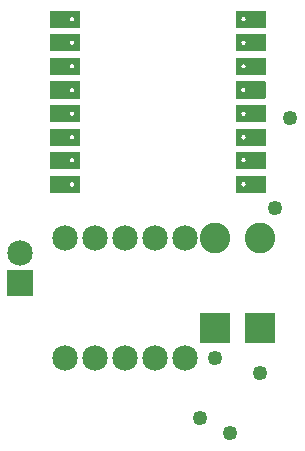
<source format=gts>
G04 MADE WITH FRITZING*
G04 WWW.FRITZING.ORG*
G04 DOUBLE SIDED*
G04 HOLES PLATED*
G04 CONTOUR ON CENTER OF CONTOUR VECTOR*
%ASAXBY*%
%FSLAX23Y23*%
%MOIN*%
%OFA0B0*%
%SFA1.0B1.0*%
%ADD10C,0.049370*%
%ADD11C,0.085000*%
%ADD12C,0.102000*%
%ADD13R,0.102000X0.102000*%
%ADD14R,0.085000X0.085000*%
%ADD15R,0.001000X0.001000*%
%LNMASK1*%
G90*
G70*
G54D10*
X879Y145D03*
X979Y95D03*
X1078Y295D03*
X928Y346D03*
X1129Y845D03*
X1180Y1145D03*
G54D11*
X629Y345D03*
X629Y745D03*
X429Y345D03*
X429Y745D03*
X729Y745D03*
X729Y345D03*
X829Y345D03*
X829Y745D03*
X529Y345D03*
X529Y745D03*
G54D12*
X1079Y445D03*
X1079Y745D03*
G54D11*
X279Y595D03*
X279Y695D03*
G54D12*
X929Y445D03*
X929Y745D03*
G54D13*
X1079Y445D03*
G54D14*
X279Y595D03*
G54D13*
X929Y445D03*
G54D15*
X379Y1502D02*
X477Y1502D01*
X999Y1502D02*
X1097Y1502D01*
X379Y1501D02*
X477Y1501D01*
X999Y1501D02*
X1097Y1501D01*
X379Y1500D02*
X477Y1500D01*
X999Y1500D02*
X1097Y1500D01*
X379Y1499D02*
X477Y1499D01*
X999Y1499D02*
X1097Y1499D01*
X379Y1498D02*
X477Y1498D01*
X999Y1498D02*
X1097Y1498D01*
X379Y1497D02*
X477Y1497D01*
X999Y1497D02*
X1097Y1497D01*
X379Y1496D02*
X477Y1496D01*
X999Y1496D02*
X1097Y1496D01*
X379Y1495D02*
X477Y1495D01*
X999Y1495D02*
X1097Y1495D01*
X379Y1494D02*
X477Y1494D01*
X999Y1494D02*
X1097Y1494D01*
X379Y1493D02*
X477Y1493D01*
X999Y1493D02*
X1097Y1493D01*
X379Y1492D02*
X477Y1492D01*
X999Y1492D02*
X1097Y1492D01*
X379Y1491D02*
X477Y1491D01*
X999Y1491D02*
X1097Y1491D01*
X379Y1490D02*
X477Y1490D01*
X999Y1490D02*
X1097Y1490D01*
X379Y1489D02*
X477Y1489D01*
X999Y1489D02*
X1097Y1489D01*
X379Y1488D02*
X477Y1488D01*
X999Y1488D02*
X1097Y1488D01*
X379Y1487D02*
X477Y1487D01*
X999Y1487D02*
X1097Y1487D01*
X379Y1486D02*
X477Y1486D01*
X999Y1486D02*
X1097Y1486D01*
X379Y1485D02*
X477Y1485D01*
X999Y1485D02*
X1097Y1485D01*
X379Y1484D02*
X477Y1484D01*
X999Y1484D02*
X1097Y1484D01*
X379Y1483D02*
X477Y1483D01*
X999Y1483D02*
X1097Y1483D01*
X379Y1482D02*
X477Y1482D01*
X999Y1482D02*
X1097Y1482D01*
X379Y1481D02*
X477Y1481D01*
X999Y1481D02*
X1097Y1481D01*
X379Y1480D02*
X448Y1480D01*
X456Y1480D02*
X477Y1480D01*
X999Y1480D02*
X1020Y1480D01*
X1028Y1480D02*
X1097Y1480D01*
X379Y1479D02*
X447Y1479D01*
X457Y1479D02*
X477Y1479D01*
X999Y1479D02*
X1019Y1479D01*
X1029Y1479D02*
X1097Y1479D01*
X379Y1478D02*
X446Y1478D01*
X458Y1478D02*
X477Y1478D01*
X999Y1478D02*
X1018Y1478D01*
X1030Y1478D02*
X1097Y1478D01*
X379Y1477D02*
X445Y1477D01*
X459Y1477D02*
X477Y1477D01*
X999Y1477D02*
X1017Y1477D01*
X1031Y1477D02*
X1097Y1477D01*
X379Y1476D02*
X445Y1476D01*
X459Y1476D02*
X477Y1476D01*
X999Y1476D02*
X1017Y1476D01*
X1031Y1476D02*
X1097Y1476D01*
X379Y1475D02*
X445Y1475D01*
X460Y1475D02*
X477Y1475D01*
X999Y1475D02*
X1016Y1475D01*
X1031Y1475D02*
X1097Y1475D01*
X379Y1474D02*
X444Y1474D01*
X460Y1474D02*
X477Y1474D01*
X999Y1474D02*
X1016Y1474D01*
X1032Y1474D02*
X1097Y1474D01*
X379Y1473D02*
X444Y1473D01*
X460Y1473D02*
X477Y1473D01*
X999Y1473D02*
X1016Y1473D01*
X1032Y1473D02*
X1097Y1473D01*
X379Y1472D02*
X445Y1472D01*
X460Y1472D02*
X477Y1472D01*
X999Y1472D02*
X1016Y1472D01*
X1031Y1472D02*
X1097Y1472D01*
X379Y1471D02*
X445Y1471D01*
X459Y1471D02*
X477Y1471D01*
X999Y1471D02*
X1017Y1471D01*
X1031Y1471D02*
X1097Y1471D01*
X379Y1470D02*
X445Y1470D01*
X459Y1470D02*
X477Y1470D01*
X999Y1470D02*
X1017Y1470D01*
X1031Y1470D02*
X1097Y1470D01*
X379Y1469D02*
X446Y1469D01*
X458Y1469D02*
X477Y1469D01*
X999Y1469D02*
X1018Y1469D01*
X1030Y1469D02*
X1097Y1469D01*
X379Y1468D02*
X447Y1468D01*
X457Y1468D02*
X477Y1468D01*
X999Y1468D02*
X1019Y1468D01*
X1029Y1468D02*
X1097Y1468D01*
X379Y1467D02*
X449Y1467D01*
X455Y1467D02*
X477Y1467D01*
X999Y1467D02*
X1021Y1467D01*
X1027Y1467D02*
X1097Y1467D01*
X379Y1466D02*
X477Y1466D01*
X999Y1466D02*
X1097Y1466D01*
X379Y1465D02*
X477Y1465D01*
X999Y1465D02*
X1097Y1465D01*
X379Y1464D02*
X477Y1464D01*
X999Y1464D02*
X1097Y1464D01*
X379Y1463D02*
X477Y1463D01*
X999Y1463D02*
X1097Y1463D01*
X379Y1462D02*
X477Y1462D01*
X999Y1462D02*
X1097Y1462D01*
X379Y1461D02*
X477Y1461D01*
X999Y1461D02*
X1097Y1461D01*
X379Y1460D02*
X477Y1460D01*
X999Y1460D02*
X1097Y1460D01*
X379Y1459D02*
X477Y1459D01*
X999Y1459D02*
X1097Y1459D01*
X379Y1458D02*
X477Y1458D01*
X999Y1458D02*
X1097Y1458D01*
X379Y1457D02*
X477Y1457D01*
X999Y1457D02*
X1097Y1457D01*
X379Y1456D02*
X477Y1456D01*
X999Y1456D02*
X1097Y1456D01*
X379Y1455D02*
X477Y1455D01*
X999Y1455D02*
X1097Y1455D01*
X379Y1454D02*
X477Y1454D01*
X999Y1454D02*
X1097Y1454D01*
X379Y1453D02*
X477Y1453D01*
X999Y1453D02*
X1097Y1453D01*
X379Y1452D02*
X477Y1452D01*
X999Y1452D02*
X1097Y1452D01*
X379Y1451D02*
X477Y1451D01*
X999Y1451D02*
X1097Y1451D01*
X379Y1450D02*
X477Y1450D01*
X999Y1450D02*
X1097Y1450D01*
X379Y1449D02*
X477Y1449D01*
X999Y1449D02*
X1097Y1449D01*
X379Y1448D02*
X477Y1448D01*
X999Y1448D02*
X1097Y1448D01*
X379Y1447D02*
X477Y1447D01*
X999Y1447D02*
X1097Y1447D01*
X379Y1446D02*
X477Y1446D01*
X999Y1446D02*
X1097Y1446D01*
X379Y1423D02*
X477Y1423D01*
X999Y1423D02*
X1097Y1423D01*
X379Y1422D02*
X477Y1422D01*
X999Y1422D02*
X1097Y1422D01*
X379Y1421D02*
X477Y1421D01*
X999Y1421D02*
X1097Y1421D01*
X379Y1420D02*
X477Y1420D01*
X999Y1420D02*
X1097Y1420D01*
X379Y1419D02*
X477Y1419D01*
X999Y1419D02*
X1097Y1419D01*
X379Y1418D02*
X477Y1418D01*
X999Y1418D02*
X1097Y1418D01*
X379Y1417D02*
X477Y1417D01*
X999Y1417D02*
X1097Y1417D01*
X379Y1416D02*
X477Y1416D01*
X999Y1416D02*
X1097Y1416D01*
X379Y1415D02*
X477Y1415D01*
X999Y1415D02*
X1097Y1415D01*
X379Y1414D02*
X477Y1414D01*
X999Y1414D02*
X1097Y1414D01*
X379Y1413D02*
X477Y1413D01*
X999Y1413D02*
X1097Y1413D01*
X379Y1412D02*
X477Y1412D01*
X999Y1412D02*
X1097Y1412D01*
X379Y1411D02*
X477Y1411D01*
X999Y1411D02*
X1097Y1411D01*
X379Y1410D02*
X477Y1410D01*
X999Y1410D02*
X1097Y1410D01*
X379Y1409D02*
X477Y1409D01*
X999Y1409D02*
X1097Y1409D01*
X379Y1408D02*
X477Y1408D01*
X999Y1408D02*
X1097Y1408D01*
X379Y1407D02*
X477Y1407D01*
X999Y1407D02*
X1097Y1407D01*
X379Y1406D02*
X477Y1406D01*
X999Y1406D02*
X1097Y1406D01*
X379Y1405D02*
X477Y1405D01*
X999Y1405D02*
X1097Y1405D01*
X379Y1404D02*
X477Y1404D01*
X999Y1404D02*
X1097Y1404D01*
X379Y1403D02*
X477Y1403D01*
X999Y1403D02*
X1097Y1403D01*
X379Y1402D02*
X450Y1402D01*
X454Y1402D02*
X477Y1402D01*
X999Y1402D02*
X1022Y1402D01*
X1026Y1402D02*
X1097Y1402D01*
X379Y1401D02*
X448Y1401D01*
X456Y1401D02*
X477Y1401D01*
X999Y1401D02*
X1020Y1401D01*
X1028Y1401D02*
X1097Y1401D01*
X379Y1400D02*
X447Y1400D01*
X458Y1400D02*
X477Y1400D01*
X999Y1400D02*
X1018Y1400D01*
X1030Y1400D02*
X1097Y1400D01*
X379Y1399D02*
X446Y1399D01*
X458Y1399D02*
X477Y1399D01*
X999Y1399D02*
X1018Y1399D01*
X1030Y1399D02*
X1097Y1399D01*
X379Y1398D02*
X445Y1398D01*
X459Y1398D02*
X477Y1398D01*
X999Y1398D02*
X1017Y1398D01*
X1031Y1398D02*
X1097Y1398D01*
X379Y1397D02*
X445Y1397D01*
X459Y1397D02*
X477Y1397D01*
X999Y1397D02*
X1017Y1397D01*
X1031Y1397D02*
X1097Y1397D01*
X379Y1396D02*
X444Y1396D01*
X460Y1396D02*
X477Y1396D01*
X999Y1396D02*
X1016Y1396D01*
X1032Y1396D02*
X1097Y1396D01*
X379Y1395D02*
X444Y1395D01*
X460Y1395D02*
X477Y1395D01*
X999Y1395D02*
X1016Y1395D01*
X1032Y1395D02*
X1097Y1395D01*
X379Y1394D02*
X444Y1394D01*
X460Y1394D02*
X477Y1394D01*
X999Y1394D02*
X1016Y1394D01*
X1032Y1394D02*
X1097Y1394D01*
X379Y1393D02*
X445Y1393D01*
X459Y1393D02*
X477Y1393D01*
X999Y1393D02*
X1017Y1393D01*
X1031Y1393D02*
X1097Y1393D01*
X379Y1392D02*
X445Y1392D01*
X459Y1392D02*
X477Y1392D01*
X999Y1392D02*
X1017Y1392D01*
X1031Y1392D02*
X1097Y1392D01*
X379Y1391D02*
X446Y1391D01*
X459Y1391D02*
X477Y1391D01*
X999Y1391D02*
X1018Y1391D01*
X1030Y1391D02*
X1097Y1391D01*
X379Y1390D02*
X446Y1390D01*
X458Y1390D02*
X477Y1390D01*
X999Y1390D02*
X1018Y1390D01*
X1030Y1390D02*
X1097Y1390D01*
X379Y1389D02*
X448Y1389D01*
X457Y1389D02*
X477Y1389D01*
X999Y1389D02*
X1020Y1389D01*
X1028Y1389D02*
X1097Y1389D01*
X379Y1388D02*
X450Y1388D01*
X454Y1388D02*
X477Y1388D01*
X999Y1388D02*
X1022Y1388D01*
X1026Y1388D02*
X1097Y1388D01*
X379Y1387D02*
X477Y1387D01*
X999Y1387D02*
X1097Y1387D01*
X379Y1386D02*
X477Y1386D01*
X999Y1386D02*
X1097Y1386D01*
X379Y1385D02*
X477Y1385D01*
X999Y1385D02*
X1097Y1385D01*
X379Y1384D02*
X477Y1384D01*
X999Y1384D02*
X1097Y1384D01*
X379Y1383D02*
X477Y1383D01*
X999Y1383D02*
X1097Y1383D01*
X379Y1382D02*
X477Y1382D01*
X999Y1382D02*
X1097Y1382D01*
X379Y1381D02*
X477Y1381D01*
X999Y1381D02*
X1097Y1381D01*
X379Y1380D02*
X477Y1380D01*
X999Y1380D02*
X1097Y1380D01*
X379Y1379D02*
X477Y1379D01*
X999Y1379D02*
X1097Y1379D01*
X379Y1378D02*
X477Y1378D01*
X999Y1378D02*
X1097Y1378D01*
X379Y1377D02*
X477Y1377D01*
X999Y1377D02*
X1097Y1377D01*
X379Y1376D02*
X477Y1376D01*
X999Y1376D02*
X1097Y1376D01*
X379Y1375D02*
X477Y1375D01*
X999Y1375D02*
X1097Y1375D01*
X379Y1374D02*
X477Y1374D01*
X999Y1374D02*
X1097Y1374D01*
X379Y1373D02*
X477Y1373D01*
X999Y1373D02*
X1097Y1373D01*
X379Y1372D02*
X477Y1372D01*
X999Y1372D02*
X1097Y1372D01*
X379Y1371D02*
X477Y1371D01*
X999Y1371D02*
X1097Y1371D01*
X379Y1370D02*
X477Y1370D01*
X999Y1370D02*
X1097Y1370D01*
X379Y1369D02*
X477Y1369D01*
X999Y1369D02*
X1097Y1369D01*
X379Y1368D02*
X477Y1368D01*
X999Y1368D02*
X1097Y1368D01*
X379Y1367D02*
X477Y1367D01*
X999Y1367D02*
X1097Y1367D01*
X379Y1344D02*
X477Y1344D01*
X999Y1344D02*
X1097Y1344D01*
X379Y1343D02*
X477Y1343D01*
X999Y1343D02*
X1097Y1343D01*
X379Y1342D02*
X477Y1342D01*
X999Y1342D02*
X1097Y1342D01*
X379Y1341D02*
X477Y1341D01*
X999Y1341D02*
X1097Y1341D01*
X379Y1340D02*
X477Y1340D01*
X999Y1340D02*
X1097Y1340D01*
X379Y1339D02*
X477Y1339D01*
X999Y1339D02*
X1097Y1339D01*
X379Y1338D02*
X477Y1338D01*
X999Y1338D02*
X1097Y1338D01*
X379Y1337D02*
X477Y1337D01*
X999Y1337D02*
X1097Y1337D01*
X379Y1336D02*
X477Y1336D01*
X999Y1336D02*
X1097Y1336D01*
X379Y1335D02*
X477Y1335D01*
X999Y1335D02*
X1097Y1335D01*
X379Y1334D02*
X477Y1334D01*
X999Y1334D02*
X1097Y1334D01*
X379Y1333D02*
X477Y1333D01*
X999Y1333D02*
X1097Y1333D01*
X379Y1332D02*
X477Y1332D01*
X999Y1332D02*
X1097Y1332D01*
X379Y1331D02*
X477Y1331D01*
X999Y1331D02*
X1097Y1331D01*
X379Y1330D02*
X477Y1330D01*
X999Y1330D02*
X1097Y1330D01*
X379Y1329D02*
X477Y1329D01*
X999Y1329D02*
X1097Y1329D01*
X379Y1328D02*
X477Y1328D01*
X999Y1328D02*
X1097Y1328D01*
X379Y1327D02*
X477Y1327D01*
X999Y1327D02*
X1097Y1327D01*
X379Y1326D02*
X477Y1326D01*
X999Y1326D02*
X1097Y1326D01*
X379Y1325D02*
X477Y1325D01*
X999Y1325D02*
X1097Y1325D01*
X379Y1324D02*
X477Y1324D01*
X999Y1324D02*
X1097Y1324D01*
X379Y1323D02*
X449Y1323D01*
X455Y1323D02*
X477Y1323D01*
X999Y1323D02*
X1021Y1323D01*
X1027Y1323D02*
X1097Y1323D01*
X379Y1322D02*
X447Y1322D01*
X457Y1322D02*
X477Y1322D01*
X999Y1322D02*
X1019Y1322D01*
X1029Y1322D02*
X1097Y1322D01*
X379Y1321D02*
X446Y1321D01*
X458Y1321D02*
X477Y1321D01*
X999Y1321D02*
X1018Y1321D01*
X1030Y1321D02*
X1097Y1321D01*
X379Y1320D02*
X446Y1320D01*
X459Y1320D02*
X477Y1320D01*
X999Y1320D02*
X1017Y1320D01*
X1031Y1320D02*
X1097Y1320D01*
X379Y1319D02*
X445Y1319D01*
X459Y1319D02*
X477Y1319D01*
X999Y1319D02*
X1017Y1319D01*
X1031Y1319D02*
X1097Y1319D01*
X379Y1318D02*
X445Y1318D01*
X460Y1318D02*
X477Y1318D01*
X999Y1318D02*
X1016Y1318D01*
X1031Y1318D02*
X1097Y1318D01*
X379Y1317D02*
X445Y1317D01*
X460Y1317D02*
X477Y1317D01*
X999Y1317D02*
X1016Y1317D01*
X1032Y1317D02*
X1097Y1317D01*
X379Y1316D02*
X445Y1316D01*
X460Y1316D02*
X477Y1316D01*
X999Y1316D02*
X1016Y1316D01*
X1032Y1316D02*
X1097Y1316D01*
X379Y1315D02*
X445Y1315D01*
X460Y1315D02*
X477Y1315D01*
X999Y1315D02*
X1016Y1315D01*
X1031Y1315D02*
X1097Y1315D01*
X379Y1314D02*
X445Y1314D01*
X459Y1314D02*
X477Y1314D01*
X999Y1314D02*
X1017Y1314D01*
X1031Y1314D02*
X1097Y1314D01*
X379Y1313D02*
X445Y1313D01*
X459Y1313D02*
X477Y1313D01*
X999Y1313D02*
X1017Y1313D01*
X1031Y1313D02*
X1097Y1313D01*
X379Y1312D02*
X446Y1312D01*
X458Y1312D02*
X477Y1312D01*
X999Y1312D02*
X1018Y1312D01*
X1030Y1312D02*
X1097Y1312D01*
X379Y1311D02*
X447Y1311D01*
X458Y1311D02*
X477Y1311D01*
X999Y1311D02*
X1019Y1311D01*
X1029Y1311D02*
X1097Y1311D01*
X379Y1310D02*
X448Y1310D01*
X456Y1310D02*
X477Y1310D01*
X999Y1310D02*
X1020Y1310D01*
X1028Y1310D02*
X1097Y1310D01*
X379Y1309D02*
X477Y1309D01*
X999Y1309D02*
X1097Y1309D01*
X379Y1308D02*
X477Y1308D01*
X999Y1308D02*
X1097Y1308D01*
X379Y1307D02*
X477Y1307D01*
X999Y1307D02*
X1097Y1307D01*
X379Y1306D02*
X477Y1306D01*
X999Y1306D02*
X1097Y1306D01*
X379Y1305D02*
X477Y1305D01*
X999Y1305D02*
X1097Y1305D01*
X379Y1304D02*
X477Y1304D01*
X999Y1304D02*
X1097Y1304D01*
X379Y1303D02*
X477Y1303D01*
X999Y1303D02*
X1097Y1303D01*
X379Y1302D02*
X477Y1302D01*
X999Y1302D02*
X1097Y1302D01*
X379Y1301D02*
X477Y1301D01*
X999Y1301D02*
X1097Y1301D01*
X379Y1300D02*
X477Y1300D01*
X999Y1300D02*
X1097Y1300D01*
X379Y1299D02*
X477Y1299D01*
X999Y1299D02*
X1097Y1299D01*
X379Y1298D02*
X477Y1298D01*
X999Y1298D02*
X1097Y1298D01*
X379Y1297D02*
X477Y1297D01*
X999Y1297D02*
X1097Y1297D01*
X379Y1296D02*
X477Y1296D01*
X999Y1296D02*
X1097Y1296D01*
X379Y1295D02*
X477Y1295D01*
X999Y1295D02*
X1097Y1295D01*
X379Y1294D02*
X477Y1294D01*
X999Y1294D02*
X1097Y1294D01*
X379Y1293D02*
X477Y1293D01*
X999Y1293D02*
X1097Y1293D01*
X379Y1292D02*
X477Y1292D01*
X999Y1292D02*
X1097Y1292D01*
X379Y1291D02*
X477Y1291D01*
X999Y1291D02*
X1097Y1291D01*
X379Y1290D02*
X477Y1290D01*
X999Y1290D02*
X1097Y1290D01*
X379Y1289D02*
X477Y1289D01*
X999Y1289D02*
X1097Y1289D01*
X379Y1288D02*
X477Y1288D01*
X999Y1288D02*
X1097Y1288D01*
X380Y1266D02*
X477Y1266D01*
X999Y1266D02*
X1096Y1266D01*
X379Y1265D02*
X477Y1265D01*
X999Y1265D02*
X1097Y1265D01*
X379Y1264D02*
X477Y1264D01*
X999Y1264D02*
X1097Y1264D01*
X379Y1263D02*
X477Y1263D01*
X999Y1263D02*
X1097Y1263D01*
X379Y1262D02*
X477Y1262D01*
X999Y1262D02*
X1097Y1262D01*
X379Y1261D02*
X477Y1261D01*
X999Y1261D02*
X1097Y1261D01*
X379Y1260D02*
X477Y1260D01*
X999Y1260D02*
X1097Y1260D01*
X379Y1259D02*
X477Y1259D01*
X999Y1259D02*
X1097Y1259D01*
X379Y1258D02*
X477Y1258D01*
X999Y1258D02*
X1097Y1258D01*
X379Y1257D02*
X477Y1257D01*
X999Y1257D02*
X1097Y1257D01*
X379Y1256D02*
X477Y1256D01*
X999Y1256D02*
X1097Y1256D01*
X379Y1255D02*
X477Y1255D01*
X999Y1255D02*
X1097Y1255D01*
X379Y1254D02*
X477Y1254D01*
X999Y1254D02*
X1097Y1254D01*
X379Y1253D02*
X477Y1253D01*
X999Y1253D02*
X1097Y1253D01*
X379Y1252D02*
X477Y1252D01*
X999Y1252D02*
X1097Y1252D01*
X379Y1251D02*
X477Y1251D01*
X999Y1251D02*
X1097Y1251D01*
X379Y1250D02*
X477Y1250D01*
X999Y1250D02*
X1097Y1250D01*
X379Y1249D02*
X477Y1249D01*
X999Y1249D02*
X1097Y1249D01*
X379Y1248D02*
X477Y1248D01*
X999Y1248D02*
X1097Y1248D01*
X379Y1247D02*
X477Y1247D01*
X999Y1247D02*
X1097Y1247D01*
X379Y1246D02*
X477Y1246D01*
X999Y1246D02*
X1097Y1246D01*
X379Y1245D02*
X477Y1245D01*
X999Y1245D02*
X1097Y1245D01*
X379Y1244D02*
X448Y1244D01*
X456Y1244D02*
X477Y1244D01*
X999Y1244D02*
X1020Y1244D01*
X1028Y1244D02*
X1097Y1244D01*
X379Y1243D02*
X447Y1243D01*
X457Y1243D02*
X477Y1243D01*
X999Y1243D02*
X1019Y1243D01*
X1029Y1243D02*
X1097Y1243D01*
X379Y1242D02*
X446Y1242D01*
X458Y1242D02*
X477Y1242D01*
X999Y1242D02*
X1018Y1242D01*
X1030Y1242D02*
X1097Y1242D01*
X379Y1241D02*
X445Y1241D01*
X459Y1241D02*
X477Y1241D01*
X999Y1241D02*
X1017Y1241D01*
X1031Y1241D02*
X1097Y1241D01*
X379Y1240D02*
X445Y1240D01*
X459Y1240D02*
X477Y1240D01*
X999Y1240D02*
X1017Y1240D01*
X1031Y1240D02*
X1097Y1240D01*
X379Y1239D02*
X445Y1239D01*
X460Y1239D02*
X477Y1239D01*
X999Y1239D02*
X1016Y1239D01*
X1031Y1239D02*
X1097Y1239D01*
X379Y1238D02*
X445Y1238D01*
X460Y1238D02*
X477Y1238D01*
X999Y1238D02*
X1016Y1238D01*
X1032Y1238D02*
X1097Y1238D01*
X379Y1237D02*
X445Y1237D01*
X460Y1237D02*
X477Y1237D01*
X999Y1237D02*
X1016Y1237D01*
X1032Y1237D02*
X1097Y1237D01*
X379Y1236D02*
X445Y1236D01*
X460Y1236D02*
X477Y1236D01*
X999Y1236D02*
X1016Y1236D01*
X1031Y1236D02*
X1097Y1236D01*
X379Y1235D02*
X445Y1235D01*
X459Y1235D02*
X477Y1235D01*
X999Y1235D02*
X1017Y1235D01*
X1031Y1235D02*
X1097Y1235D01*
X379Y1234D02*
X445Y1234D01*
X459Y1234D02*
X477Y1234D01*
X999Y1234D02*
X1017Y1234D01*
X1031Y1234D02*
X1097Y1234D01*
X379Y1233D02*
X446Y1233D01*
X458Y1233D02*
X477Y1233D01*
X999Y1233D02*
X1018Y1233D01*
X1030Y1233D02*
X1097Y1233D01*
X379Y1232D02*
X447Y1232D01*
X457Y1232D02*
X477Y1232D01*
X999Y1232D02*
X1019Y1232D01*
X1029Y1232D02*
X1097Y1232D01*
X379Y1231D02*
X449Y1231D01*
X456Y1231D02*
X477Y1231D01*
X999Y1231D02*
X1021Y1231D01*
X1027Y1231D02*
X1097Y1231D01*
X379Y1230D02*
X477Y1230D01*
X999Y1230D02*
X1097Y1230D01*
X379Y1229D02*
X477Y1229D01*
X999Y1229D02*
X1097Y1229D01*
X379Y1228D02*
X477Y1228D01*
X999Y1228D02*
X1097Y1228D01*
X379Y1227D02*
X477Y1227D01*
X999Y1227D02*
X1097Y1227D01*
X379Y1226D02*
X477Y1226D01*
X999Y1226D02*
X1097Y1226D01*
X379Y1225D02*
X477Y1225D01*
X999Y1225D02*
X1097Y1225D01*
X379Y1224D02*
X477Y1224D01*
X999Y1224D02*
X1097Y1224D01*
X379Y1223D02*
X477Y1223D01*
X999Y1223D02*
X1097Y1223D01*
X379Y1222D02*
X477Y1222D01*
X999Y1222D02*
X1097Y1222D01*
X379Y1221D02*
X477Y1221D01*
X999Y1221D02*
X1097Y1221D01*
X379Y1220D02*
X477Y1220D01*
X999Y1220D02*
X1097Y1220D01*
X379Y1219D02*
X477Y1219D01*
X999Y1219D02*
X1097Y1219D01*
X379Y1218D02*
X477Y1218D01*
X999Y1218D02*
X1097Y1218D01*
X379Y1217D02*
X477Y1217D01*
X999Y1217D02*
X1097Y1217D01*
X379Y1216D02*
X477Y1216D01*
X999Y1216D02*
X1097Y1216D01*
X379Y1215D02*
X477Y1215D01*
X999Y1215D02*
X1097Y1215D01*
X379Y1214D02*
X477Y1214D01*
X999Y1214D02*
X1097Y1214D01*
X379Y1213D02*
X477Y1213D01*
X999Y1213D02*
X1097Y1213D01*
X379Y1212D02*
X477Y1212D01*
X999Y1212D02*
X1097Y1212D01*
X379Y1211D02*
X477Y1211D01*
X999Y1211D02*
X1097Y1211D01*
X379Y1210D02*
X477Y1210D01*
X999Y1210D02*
X1097Y1210D01*
X380Y1209D02*
X477Y1209D01*
X1000Y1209D02*
X1096Y1209D01*
X380Y1187D02*
X477Y1187D01*
X999Y1187D02*
X1097Y1187D01*
X379Y1186D02*
X477Y1186D01*
X999Y1186D02*
X1097Y1186D01*
X379Y1185D02*
X477Y1185D01*
X999Y1185D02*
X1097Y1185D01*
X379Y1184D02*
X477Y1184D01*
X999Y1184D02*
X1097Y1184D01*
X379Y1183D02*
X477Y1183D01*
X999Y1183D02*
X1097Y1183D01*
X379Y1182D02*
X477Y1182D01*
X999Y1182D02*
X1097Y1182D01*
X379Y1181D02*
X477Y1181D01*
X999Y1181D02*
X1097Y1181D01*
X379Y1180D02*
X477Y1180D01*
X999Y1180D02*
X1097Y1180D01*
X379Y1179D02*
X477Y1179D01*
X999Y1179D02*
X1097Y1179D01*
X379Y1178D02*
X477Y1178D01*
X999Y1178D02*
X1097Y1178D01*
X379Y1177D02*
X477Y1177D01*
X999Y1177D02*
X1097Y1177D01*
X379Y1176D02*
X477Y1176D01*
X999Y1176D02*
X1097Y1176D01*
X379Y1175D02*
X477Y1175D01*
X999Y1175D02*
X1097Y1175D01*
X379Y1174D02*
X477Y1174D01*
X999Y1174D02*
X1097Y1174D01*
X379Y1173D02*
X477Y1173D01*
X999Y1173D02*
X1097Y1173D01*
X379Y1172D02*
X477Y1172D01*
X999Y1172D02*
X1097Y1172D01*
X379Y1171D02*
X477Y1171D01*
X999Y1171D02*
X1097Y1171D01*
X379Y1170D02*
X477Y1170D01*
X999Y1170D02*
X1097Y1170D01*
X379Y1169D02*
X477Y1169D01*
X999Y1169D02*
X1097Y1169D01*
X379Y1168D02*
X477Y1168D01*
X999Y1168D02*
X1097Y1168D01*
X379Y1167D02*
X477Y1167D01*
X999Y1167D02*
X1097Y1167D01*
X379Y1166D02*
X477Y1166D01*
X999Y1166D02*
X1097Y1166D01*
X379Y1165D02*
X448Y1165D01*
X456Y1165D02*
X477Y1165D01*
X999Y1165D02*
X1020Y1165D01*
X1028Y1165D02*
X1097Y1165D01*
X379Y1164D02*
X447Y1164D01*
X457Y1164D02*
X477Y1164D01*
X999Y1164D02*
X1019Y1164D01*
X1029Y1164D02*
X1097Y1164D01*
X379Y1163D02*
X446Y1163D01*
X458Y1163D02*
X477Y1163D01*
X999Y1163D02*
X1018Y1163D01*
X1030Y1163D02*
X1097Y1163D01*
X379Y1162D02*
X445Y1162D01*
X459Y1162D02*
X477Y1162D01*
X999Y1162D02*
X1017Y1162D01*
X1031Y1162D02*
X1097Y1162D01*
X379Y1161D02*
X445Y1161D01*
X459Y1161D02*
X477Y1161D01*
X999Y1161D02*
X1017Y1161D01*
X1031Y1161D02*
X1097Y1161D01*
X379Y1160D02*
X445Y1160D01*
X460Y1160D02*
X477Y1160D01*
X999Y1160D02*
X1016Y1160D01*
X1031Y1160D02*
X1097Y1160D01*
X379Y1159D02*
X444Y1159D01*
X460Y1159D02*
X477Y1159D01*
X999Y1159D02*
X1016Y1159D01*
X1032Y1159D02*
X1097Y1159D01*
X379Y1158D02*
X445Y1158D01*
X460Y1158D02*
X477Y1158D01*
X999Y1158D02*
X1016Y1158D01*
X1032Y1158D02*
X1097Y1158D01*
X379Y1157D02*
X445Y1157D01*
X460Y1157D02*
X477Y1157D01*
X999Y1157D02*
X1017Y1157D01*
X1031Y1157D02*
X1097Y1157D01*
X379Y1156D02*
X445Y1156D01*
X459Y1156D02*
X477Y1156D01*
X999Y1156D02*
X1017Y1156D01*
X1031Y1156D02*
X1097Y1156D01*
X379Y1155D02*
X446Y1155D01*
X459Y1155D02*
X477Y1155D01*
X999Y1155D02*
X1017Y1155D01*
X1031Y1155D02*
X1097Y1155D01*
X379Y1154D02*
X446Y1154D01*
X458Y1154D02*
X477Y1154D01*
X999Y1154D02*
X1018Y1154D01*
X1030Y1154D02*
X1097Y1154D01*
X379Y1153D02*
X447Y1153D01*
X457Y1153D02*
X477Y1153D01*
X999Y1153D02*
X1019Y1153D01*
X1029Y1153D02*
X1097Y1153D01*
X379Y1152D02*
X449Y1152D01*
X455Y1152D02*
X477Y1152D01*
X999Y1152D02*
X1021Y1152D01*
X1027Y1152D02*
X1097Y1152D01*
X379Y1151D02*
X477Y1151D01*
X999Y1151D02*
X1097Y1151D01*
X379Y1150D02*
X477Y1150D01*
X999Y1150D02*
X1097Y1150D01*
X379Y1149D02*
X477Y1149D01*
X999Y1149D02*
X1097Y1149D01*
X379Y1148D02*
X477Y1148D01*
X999Y1148D02*
X1097Y1148D01*
X379Y1147D02*
X477Y1147D01*
X999Y1147D02*
X1097Y1147D01*
X379Y1146D02*
X477Y1146D01*
X999Y1146D02*
X1097Y1146D01*
X379Y1145D02*
X477Y1145D01*
X999Y1145D02*
X1097Y1145D01*
X379Y1144D02*
X477Y1144D01*
X999Y1144D02*
X1097Y1144D01*
X379Y1143D02*
X477Y1143D01*
X999Y1143D02*
X1097Y1143D01*
X379Y1142D02*
X477Y1142D01*
X999Y1142D02*
X1097Y1142D01*
X379Y1141D02*
X477Y1141D01*
X999Y1141D02*
X1097Y1141D01*
X379Y1140D02*
X477Y1140D01*
X999Y1140D02*
X1097Y1140D01*
X379Y1139D02*
X477Y1139D01*
X999Y1139D02*
X1097Y1139D01*
X379Y1138D02*
X477Y1138D01*
X999Y1138D02*
X1097Y1138D01*
X379Y1137D02*
X477Y1137D01*
X999Y1137D02*
X1097Y1137D01*
X379Y1136D02*
X477Y1136D01*
X999Y1136D02*
X1097Y1136D01*
X379Y1135D02*
X477Y1135D01*
X999Y1135D02*
X1097Y1135D01*
X379Y1134D02*
X477Y1134D01*
X999Y1134D02*
X1097Y1134D01*
X379Y1133D02*
X477Y1133D01*
X999Y1133D02*
X1097Y1133D01*
X379Y1132D02*
X477Y1132D01*
X999Y1132D02*
X1097Y1132D01*
X379Y1131D02*
X477Y1131D01*
X999Y1131D02*
X1097Y1131D01*
X379Y1108D02*
X477Y1108D01*
X999Y1108D02*
X1097Y1108D01*
X379Y1107D02*
X477Y1107D01*
X999Y1107D02*
X1097Y1107D01*
X379Y1106D02*
X477Y1106D01*
X999Y1106D02*
X1097Y1106D01*
X379Y1105D02*
X477Y1105D01*
X999Y1105D02*
X1097Y1105D01*
X379Y1104D02*
X477Y1104D01*
X999Y1104D02*
X1097Y1104D01*
X379Y1103D02*
X477Y1103D01*
X999Y1103D02*
X1097Y1103D01*
X379Y1102D02*
X477Y1102D01*
X999Y1102D02*
X1097Y1102D01*
X379Y1101D02*
X477Y1101D01*
X999Y1101D02*
X1097Y1101D01*
X379Y1100D02*
X477Y1100D01*
X999Y1100D02*
X1097Y1100D01*
X379Y1099D02*
X477Y1099D01*
X999Y1099D02*
X1097Y1099D01*
X379Y1098D02*
X477Y1098D01*
X999Y1098D02*
X1097Y1098D01*
X379Y1097D02*
X477Y1097D01*
X999Y1097D02*
X1097Y1097D01*
X379Y1096D02*
X477Y1096D01*
X999Y1096D02*
X1097Y1096D01*
X379Y1095D02*
X477Y1095D01*
X999Y1095D02*
X1097Y1095D01*
X379Y1094D02*
X477Y1094D01*
X999Y1094D02*
X1097Y1094D01*
X379Y1093D02*
X477Y1093D01*
X999Y1093D02*
X1097Y1093D01*
X379Y1092D02*
X477Y1092D01*
X999Y1092D02*
X1097Y1092D01*
X379Y1091D02*
X477Y1091D01*
X999Y1091D02*
X1097Y1091D01*
X379Y1090D02*
X477Y1090D01*
X999Y1090D02*
X1097Y1090D01*
X379Y1089D02*
X477Y1089D01*
X999Y1089D02*
X1097Y1089D01*
X379Y1088D02*
X477Y1088D01*
X999Y1088D02*
X1097Y1088D01*
X379Y1087D02*
X450Y1087D01*
X455Y1087D02*
X477Y1087D01*
X999Y1087D02*
X1022Y1087D01*
X1026Y1087D02*
X1097Y1087D01*
X379Y1086D02*
X448Y1086D01*
X457Y1086D02*
X477Y1086D01*
X999Y1086D02*
X1019Y1086D01*
X1028Y1086D02*
X1097Y1086D01*
X379Y1085D02*
X446Y1085D01*
X458Y1085D02*
X477Y1085D01*
X999Y1085D02*
X1018Y1085D01*
X1030Y1085D02*
X1097Y1085D01*
X379Y1084D02*
X446Y1084D01*
X459Y1084D02*
X477Y1084D01*
X999Y1084D02*
X1017Y1084D01*
X1030Y1084D02*
X1097Y1084D01*
X379Y1083D02*
X445Y1083D01*
X459Y1083D02*
X477Y1083D01*
X999Y1083D02*
X1017Y1083D01*
X1031Y1083D02*
X1097Y1083D01*
X379Y1082D02*
X445Y1082D01*
X459Y1082D02*
X477Y1082D01*
X999Y1082D02*
X1017Y1082D01*
X1031Y1082D02*
X1097Y1082D01*
X379Y1081D02*
X444Y1081D01*
X460Y1081D02*
X477Y1081D01*
X999Y1081D02*
X1016Y1081D01*
X1032Y1081D02*
X1097Y1081D01*
X379Y1080D02*
X444Y1080D01*
X460Y1080D02*
X477Y1080D01*
X999Y1080D02*
X1016Y1080D01*
X1032Y1080D02*
X1097Y1080D01*
X379Y1079D02*
X444Y1079D01*
X460Y1079D02*
X477Y1079D01*
X999Y1079D02*
X1016Y1079D01*
X1032Y1079D02*
X1097Y1079D01*
X379Y1078D02*
X445Y1078D01*
X459Y1078D02*
X477Y1078D01*
X999Y1078D02*
X1017Y1078D01*
X1031Y1078D02*
X1097Y1078D01*
X379Y1077D02*
X445Y1077D01*
X459Y1077D02*
X477Y1077D01*
X999Y1077D02*
X1017Y1077D01*
X1031Y1077D02*
X1097Y1077D01*
X379Y1076D02*
X446Y1076D01*
X458Y1076D02*
X477Y1076D01*
X999Y1076D02*
X1018Y1076D01*
X1030Y1076D02*
X1097Y1076D01*
X379Y1075D02*
X447Y1075D01*
X458Y1075D02*
X477Y1075D01*
X999Y1075D02*
X1018Y1075D01*
X1029Y1075D02*
X1097Y1075D01*
X379Y1074D02*
X448Y1074D01*
X456Y1074D02*
X477Y1074D01*
X999Y1074D02*
X1020Y1074D01*
X1028Y1074D02*
X1097Y1074D01*
X379Y1073D02*
X451Y1073D01*
X454Y1073D02*
X477Y1073D01*
X999Y1073D02*
X1022Y1073D01*
X1026Y1073D02*
X1097Y1073D01*
X379Y1072D02*
X477Y1072D01*
X999Y1072D02*
X1097Y1072D01*
X379Y1071D02*
X477Y1071D01*
X999Y1071D02*
X1097Y1071D01*
X379Y1070D02*
X477Y1070D01*
X999Y1070D02*
X1097Y1070D01*
X379Y1069D02*
X477Y1069D01*
X999Y1069D02*
X1097Y1069D01*
X379Y1068D02*
X477Y1068D01*
X999Y1068D02*
X1097Y1068D01*
X379Y1067D02*
X477Y1067D01*
X999Y1067D02*
X1097Y1067D01*
X379Y1066D02*
X477Y1066D01*
X999Y1066D02*
X1097Y1066D01*
X379Y1065D02*
X477Y1065D01*
X999Y1065D02*
X1097Y1065D01*
X379Y1064D02*
X477Y1064D01*
X999Y1064D02*
X1097Y1064D01*
X379Y1063D02*
X477Y1063D01*
X999Y1063D02*
X1097Y1063D01*
X379Y1062D02*
X477Y1062D01*
X999Y1062D02*
X1097Y1062D01*
X379Y1061D02*
X477Y1061D01*
X999Y1061D02*
X1097Y1061D01*
X379Y1060D02*
X477Y1060D01*
X999Y1060D02*
X1097Y1060D01*
X379Y1059D02*
X477Y1059D01*
X999Y1059D02*
X1097Y1059D01*
X379Y1058D02*
X477Y1058D01*
X999Y1058D02*
X1097Y1058D01*
X379Y1057D02*
X477Y1057D01*
X999Y1057D02*
X1097Y1057D01*
X379Y1056D02*
X477Y1056D01*
X999Y1056D02*
X1097Y1056D01*
X379Y1055D02*
X477Y1055D01*
X999Y1055D02*
X1097Y1055D01*
X379Y1054D02*
X477Y1054D01*
X999Y1054D02*
X1097Y1054D01*
X379Y1053D02*
X477Y1053D01*
X999Y1053D02*
X1097Y1053D01*
X379Y1052D02*
X477Y1052D01*
X999Y1052D02*
X1097Y1052D01*
X380Y1032D02*
X477Y1032D01*
X999Y1032D02*
X1096Y1032D01*
X379Y1031D02*
X477Y1031D01*
X999Y1031D02*
X1097Y1031D01*
X379Y1030D02*
X477Y1030D01*
X999Y1030D02*
X1097Y1030D01*
X379Y1029D02*
X477Y1029D01*
X999Y1029D02*
X1097Y1029D01*
X379Y1028D02*
X477Y1028D01*
X999Y1028D02*
X1097Y1028D01*
X379Y1027D02*
X477Y1027D01*
X999Y1027D02*
X1097Y1027D01*
X379Y1026D02*
X477Y1026D01*
X999Y1026D02*
X1097Y1026D01*
X379Y1025D02*
X477Y1025D01*
X999Y1025D02*
X1097Y1025D01*
X379Y1024D02*
X477Y1024D01*
X999Y1024D02*
X1097Y1024D01*
X379Y1023D02*
X477Y1023D01*
X999Y1023D02*
X1097Y1023D01*
X379Y1022D02*
X477Y1022D01*
X999Y1022D02*
X1097Y1022D01*
X379Y1021D02*
X477Y1021D01*
X999Y1021D02*
X1097Y1021D01*
X379Y1020D02*
X477Y1020D01*
X999Y1020D02*
X1097Y1020D01*
X379Y1019D02*
X477Y1019D01*
X999Y1019D02*
X1097Y1019D01*
X379Y1018D02*
X477Y1018D01*
X999Y1018D02*
X1097Y1018D01*
X379Y1017D02*
X477Y1017D01*
X999Y1017D02*
X1097Y1017D01*
X379Y1016D02*
X477Y1016D01*
X999Y1016D02*
X1097Y1016D01*
X379Y1015D02*
X477Y1015D01*
X999Y1015D02*
X1097Y1015D01*
X379Y1014D02*
X477Y1014D01*
X999Y1014D02*
X1097Y1014D01*
X379Y1013D02*
X477Y1013D01*
X999Y1013D02*
X1097Y1013D01*
X379Y1012D02*
X477Y1012D01*
X999Y1012D02*
X1097Y1012D01*
X379Y1011D02*
X477Y1011D01*
X999Y1011D02*
X1097Y1011D01*
X379Y1010D02*
X448Y1010D01*
X456Y1010D02*
X477Y1010D01*
X999Y1010D02*
X1020Y1010D01*
X1028Y1010D02*
X1097Y1010D01*
X379Y1009D02*
X447Y1009D01*
X457Y1009D02*
X477Y1009D01*
X999Y1009D02*
X1019Y1009D01*
X1029Y1009D02*
X1097Y1009D01*
X379Y1008D02*
X446Y1008D01*
X458Y1008D02*
X477Y1008D01*
X999Y1008D02*
X1018Y1008D01*
X1030Y1008D02*
X1097Y1008D01*
X379Y1007D02*
X445Y1007D01*
X459Y1007D02*
X477Y1007D01*
X999Y1007D02*
X1017Y1007D01*
X1031Y1007D02*
X1097Y1007D01*
X379Y1006D02*
X445Y1006D01*
X459Y1006D02*
X477Y1006D01*
X999Y1006D02*
X1017Y1006D01*
X1031Y1006D02*
X1097Y1006D01*
X379Y1005D02*
X445Y1005D01*
X460Y1005D02*
X477Y1005D01*
X999Y1005D02*
X1016Y1005D01*
X1031Y1005D02*
X1097Y1005D01*
X379Y1004D02*
X444Y1004D01*
X460Y1004D02*
X477Y1004D01*
X999Y1004D02*
X1016Y1004D01*
X1032Y1004D02*
X1097Y1004D01*
X379Y1003D02*
X444Y1003D01*
X460Y1003D02*
X477Y1003D01*
X999Y1003D02*
X1016Y1003D01*
X1032Y1003D02*
X1097Y1003D01*
X379Y1002D02*
X445Y1002D01*
X460Y1002D02*
X477Y1002D01*
X999Y1002D02*
X1016Y1002D01*
X1031Y1002D02*
X1097Y1002D01*
X379Y1001D02*
X445Y1001D01*
X459Y1001D02*
X477Y1001D01*
X999Y1001D02*
X1017Y1001D01*
X1031Y1001D02*
X1097Y1001D01*
X379Y1000D02*
X445Y1000D01*
X459Y1000D02*
X477Y1000D01*
X999Y1000D02*
X1017Y1000D01*
X1031Y1000D02*
X1097Y1000D01*
X379Y999D02*
X446Y999D01*
X458Y999D02*
X477Y999D01*
X999Y999D02*
X1018Y999D01*
X1030Y999D02*
X1097Y999D01*
X379Y998D02*
X447Y998D01*
X457Y998D02*
X477Y998D01*
X999Y998D02*
X1019Y998D01*
X1029Y998D02*
X1097Y998D01*
X379Y997D02*
X449Y997D01*
X455Y997D02*
X477Y997D01*
X999Y997D02*
X1021Y997D01*
X1027Y997D02*
X1097Y997D01*
X379Y996D02*
X477Y996D01*
X999Y996D02*
X1097Y996D01*
X379Y995D02*
X477Y995D01*
X999Y995D02*
X1097Y995D01*
X379Y994D02*
X477Y994D01*
X999Y994D02*
X1097Y994D01*
X379Y993D02*
X477Y993D01*
X999Y993D02*
X1097Y993D01*
X379Y992D02*
X477Y992D01*
X999Y992D02*
X1097Y992D01*
X379Y991D02*
X477Y991D01*
X999Y991D02*
X1097Y991D01*
X379Y990D02*
X477Y990D01*
X999Y990D02*
X1097Y990D01*
X379Y989D02*
X477Y989D01*
X999Y989D02*
X1097Y989D01*
X379Y988D02*
X477Y988D01*
X999Y988D02*
X1097Y988D01*
X379Y987D02*
X477Y987D01*
X999Y987D02*
X1097Y987D01*
X379Y986D02*
X477Y986D01*
X999Y986D02*
X1097Y986D01*
X379Y985D02*
X477Y985D01*
X999Y985D02*
X1097Y985D01*
X379Y984D02*
X477Y984D01*
X999Y984D02*
X1097Y984D01*
X379Y983D02*
X477Y983D01*
X999Y983D02*
X1097Y983D01*
X379Y982D02*
X477Y982D01*
X999Y982D02*
X1097Y982D01*
X379Y981D02*
X477Y981D01*
X999Y981D02*
X1097Y981D01*
X379Y980D02*
X477Y980D01*
X999Y980D02*
X1097Y980D01*
X379Y979D02*
X477Y979D01*
X999Y979D02*
X1097Y979D01*
X379Y978D02*
X477Y978D01*
X999Y978D02*
X1097Y978D01*
X379Y977D02*
X477Y977D01*
X999Y977D02*
X1097Y977D01*
X379Y976D02*
X477Y976D01*
X999Y976D02*
X1097Y976D01*
X380Y975D02*
X476Y975D01*
X1000Y975D02*
X1096Y975D01*
X380Y951D02*
X477Y951D01*
X999Y951D02*
X1096Y951D01*
X379Y950D02*
X477Y950D01*
X999Y950D02*
X1097Y950D01*
X379Y949D02*
X477Y949D01*
X999Y949D02*
X1097Y949D01*
X379Y948D02*
X477Y948D01*
X999Y948D02*
X1097Y948D01*
X379Y947D02*
X477Y947D01*
X999Y947D02*
X1097Y947D01*
X379Y946D02*
X477Y946D01*
X999Y946D02*
X1097Y946D01*
X379Y945D02*
X477Y945D01*
X999Y945D02*
X1097Y945D01*
X379Y944D02*
X477Y944D01*
X999Y944D02*
X1097Y944D01*
X379Y943D02*
X477Y943D01*
X999Y943D02*
X1097Y943D01*
X379Y942D02*
X477Y942D01*
X999Y942D02*
X1097Y942D01*
X379Y941D02*
X477Y941D01*
X999Y941D02*
X1097Y941D01*
X379Y940D02*
X477Y940D01*
X999Y940D02*
X1097Y940D01*
X379Y939D02*
X477Y939D01*
X999Y939D02*
X1097Y939D01*
X379Y938D02*
X477Y938D01*
X999Y938D02*
X1097Y938D01*
X379Y937D02*
X477Y937D01*
X999Y937D02*
X1097Y937D01*
X379Y936D02*
X477Y936D01*
X999Y936D02*
X1097Y936D01*
X379Y935D02*
X477Y935D01*
X999Y935D02*
X1097Y935D01*
X379Y934D02*
X477Y934D01*
X999Y934D02*
X1097Y934D01*
X379Y933D02*
X477Y933D01*
X999Y933D02*
X1097Y933D01*
X379Y932D02*
X477Y932D01*
X999Y932D02*
X1097Y932D01*
X379Y931D02*
X477Y931D01*
X999Y931D02*
X1097Y931D01*
X379Y930D02*
X477Y930D01*
X999Y930D02*
X1097Y930D01*
X379Y929D02*
X448Y929D01*
X456Y929D02*
X477Y929D01*
X999Y929D02*
X1020Y929D01*
X1028Y929D02*
X1097Y929D01*
X379Y928D02*
X447Y928D01*
X457Y928D02*
X477Y928D01*
X999Y928D02*
X1019Y928D01*
X1029Y928D02*
X1097Y928D01*
X379Y927D02*
X446Y927D01*
X458Y927D02*
X477Y927D01*
X999Y927D02*
X1018Y927D01*
X1030Y927D02*
X1097Y927D01*
X379Y926D02*
X445Y926D01*
X459Y926D02*
X477Y926D01*
X999Y926D02*
X1017Y926D01*
X1031Y926D02*
X1097Y926D01*
X379Y925D02*
X445Y925D01*
X459Y925D02*
X477Y925D01*
X999Y925D02*
X1017Y925D01*
X1031Y925D02*
X1097Y925D01*
X379Y924D02*
X445Y924D01*
X460Y924D02*
X477Y924D01*
X999Y924D02*
X1016Y924D01*
X1031Y924D02*
X1097Y924D01*
X379Y923D02*
X445Y923D01*
X460Y923D02*
X477Y923D01*
X999Y923D02*
X1016Y923D01*
X1032Y923D02*
X1097Y923D01*
X379Y922D02*
X445Y922D01*
X460Y922D02*
X477Y922D01*
X999Y922D02*
X1016Y922D01*
X1032Y922D02*
X1097Y922D01*
X379Y921D02*
X445Y921D01*
X460Y921D02*
X477Y921D01*
X999Y921D02*
X1016Y921D01*
X1031Y921D02*
X1097Y921D01*
X379Y920D02*
X445Y920D01*
X459Y920D02*
X477Y920D01*
X999Y920D02*
X1017Y920D01*
X1031Y920D02*
X1097Y920D01*
X379Y919D02*
X445Y919D01*
X459Y919D02*
X477Y919D01*
X999Y919D02*
X1017Y919D01*
X1031Y919D02*
X1097Y919D01*
X379Y918D02*
X446Y918D01*
X458Y918D02*
X477Y918D01*
X999Y918D02*
X1018Y918D01*
X1030Y918D02*
X1097Y918D01*
X379Y917D02*
X447Y917D01*
X457Y917D02*
X477Y917D01*
X999Y917D02*
X1019Y917D01*
X1029Y917D02*
X1097Y917D01*
X379Y916D02*
X449Y916D01*
X456Y916D02*
X477Y916D01*
X999Y916D02*
X1021Y916D01*
X1027Y916D02*
X1097Y916D01*
X379Y915D02*
X477Y915D01*
X999Y915D02*
X1097Y915D01*
X379Y914D02*
X477Y914D01*
X999Y914D02*
X1097Y914D01*
X379Y913D02*
X477Y913D01*
X999Y913D02*
X1097Y913D01*
X379Y912D02*
X477Y912D01*
X999Y912D02*
X1097Y912D01*
X379Y911D02*
X477Y911D01*
X999Y911D02*
X1097Y911D01*
X379Y910D02*
X477Y910D01*
X999Y910D02*
X1097Y910D01*
X379Y909D02*
X477Y909D01*
X999Y909D02*
X1097Y909D01*
X379Y908D02*
X477Y908D01*
X999Y908D02*
X1097Y908D01*
X379Y907D02*
X477Y907D01*
X999Y907D02*
X1097Y907D01*
X379Y906D02*
X477Y906D01*
X999Y906D02*
X1097Y906D01*
X379Y905D02*
X477Y905D01*
X999Y905D02*
X1097Y905D01*
X379Y904D02*
X477Y904D01*
X999Y904D02*
X1097Y904D01*
X379Y903D02*
X477Y903D01*
X999Y903D02*
X1097Y903D01*
X379Y902D02*
X477Y902D01*
X999Y902D02*
X1097Y902D01*
X379Y901D02*
X477Y901D01*
X999Y901D02*
X1097Y901D01*
X379Y900D02*
X477Y900D01*
X999Y900D02*
X1097Y900D01*
X379Y899D02*
X477Y899D01*
X999Y899D02*
X1097Y899D01*
X379Y898D02*
X477Y898D01*
X999Y898D02*
X1097Y898D01*
X379Y897D02*
X477Y897D01*
X999Y897D02*
X1097Y897D01*
X379Y896D02*
X477Y896D01*
X999Y896D02*
X1097Y896D01*
X379Y895D02*
X477Y895D01*
X999Y895D02*
X1097Y895D01*
X380Y894D02*
X477Y894D01*
D02*
G04 End of Mask1*
M02*
</source>
